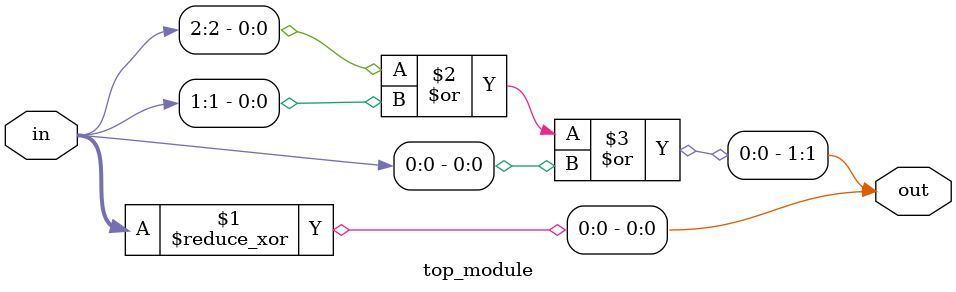
<source format=sv>
module top_module (
    input [2:0] in,
    output [1:0] out
);

    assign out[0] = ^in;
    assign out[1] = in[2] | in[1] | in[0];

endmodule

</source>
